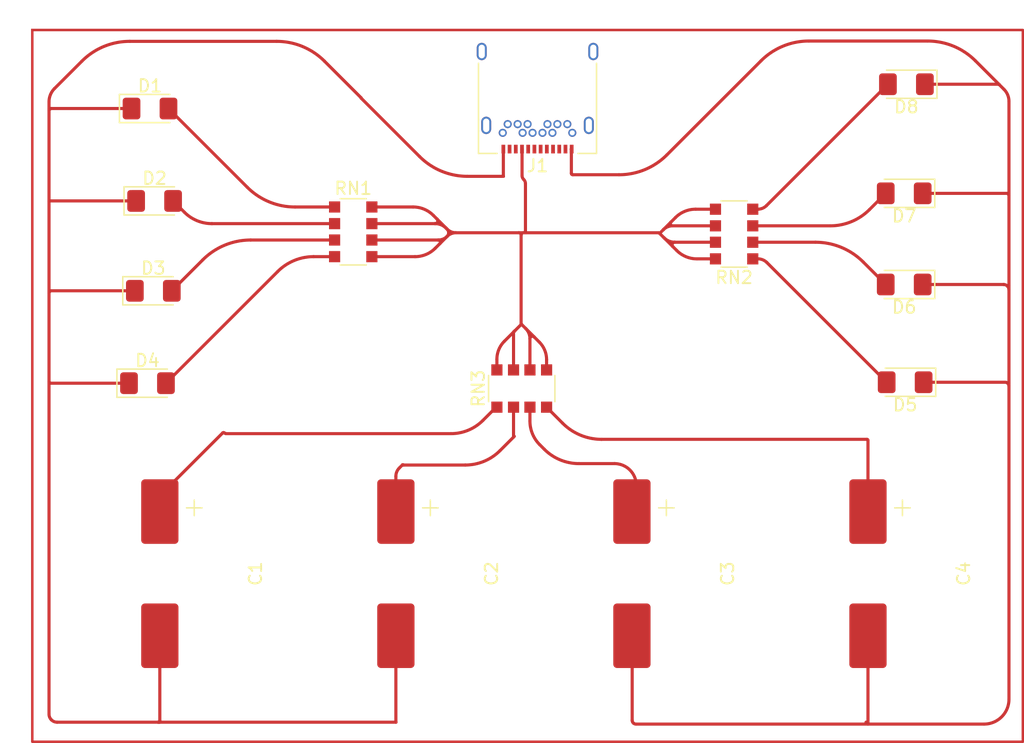
<source format=kicad_pcb>
(kicad_pcb (version 20211014) (generator pcbnew)
  (layers (0 "F.Cu" signal) (31 "B.Cu" signal) (34 "B.Paste" user) (35 "F.Paste" user) (36 "B.SilkS" user "B.Silkscreen") (37 "F.SilkS" user "F.Silkscreen") (38 "B.Mask" user) (39 "F.Mask" user) (44 "Edge.Cuts" user))
  (net 0 "")
  (net 1 "Net-(C1-Pad1)")
  (net 2 "Net-(C1-Pad2)")
  (net 3 "Net-(C2-Pad1)")
  (net 4 "Net-(C3-Pad1)")
  (net 5 "Net-(C4-Pad1)")
  (net 6 "Net-(D1-Pad2)")
  (net 7 "Net-(D2-Pad2)")
  (net 8 "Net-(D3-Pad2)")
  (net 9 "Net-(D4-Pad2)")
  (net 10 "Net-(D5-Pad2)")
  (net 11 "Net-(D6-Pad2)")
  (net 12 "Net-(D7-Pad2)")
  (net 13 "Net-(D8-Pad2)")
  (net 16 "Net-(J1-PadA4)")
  (footprint "custom_elec_cp_12.5:CP_Elec_12.5" (layer "F.Cu") (at 108.5688 81.8904 -90)
    (fp_text reference "C4" (at 0 -7.6 90) (layer "F.SilkS"))
    (fp_text value "2.2mF")
    (fp_line (start -5.3 -3.3) (end -5.3 -2.05) (layer "F.SilkS") (width 0.12))
    (fp_line (start -5.925 -2.675) (end -4.675 -2.675) (layer "F.SilkS") (width 0.12))
    (pad "1" smd roundrect (at -5 0.1 270) (size 5.2 3) (layers "F.Cu" "F.Paste" "F.Mask") (roundrect_rratio 0.1) (net 5 "Net-(C4-Pad1)"))
    (pad "2" smd roundrect (at 5 0.1 270) (size 5.2 3) (layers "F.Cu" "F.Paste" "F.Mask") (roundrect_rratio 0.1) (net 2 "Net-(C1-Pad2)"))
  )
  (footprint "custom_elec_cp_12.5:CP_Elec_12.5" (layer "F.Cu") (at 89.5688 81.8904 -90)
    (fp_text reference "C3" (at 0 -7.6 90) (layer "F.SilkS"))
    (fp_text value "2.2mF")
    (fp_line (start -5.3 -3.3) (end -5.3 -2.05) (layer "F.SilkS") (width 0.12))
    (fp_line (start -5.925 -2.675) (end -4.675 -2.675) (layer "F.SilkS") (width 0.12))
    (pad "1" smd roundrect (at -5 0.1 270) (size 5.2 3) (layers "F.Cu" "F.Paste" "F.Mask") (roundrect_rratio 0.1) (net 4 "Net-(C3-Pad1)"))
    (pad "2" smd roundrect (at 5 0.1 270) (size 5.2 3) (layers "F.Cu" "F.Paste" "F.Mask") (roundrect_rratio 0.1) (net 2 "Net-(C1-Pad2)"))
  )
  (footprint "LED_SMD:LED_1206_3216Metric_Pad1.42x1.75mm_HandSolder" (layer "F.Cu") (at 50.4756 66.5488)
    (fp_text reference "D4" (at 0 -1.82) (layer "F.SilkS"))
    (fp_text value "LED")
    (fp_line (start -2.46 -1.135) (end -2.46 1.135) (layer "F.SilkS") (width 0.12))
    (fp_line (start 1.6 -1.135) (end -2.46 -1.135) (layer "F.SilkS") (width 0.12))
    (fp_line (start -2.46 1.135) (end 1.6 1.135) (layer "F.SilkS") (width 0.12))
    (pad "1" smd roundrect (at -1.4875 0) (size 1.425 1.75) (layers "F.Cu" "F.Paste" "F.Mask") (roundrect_rratio 0.175439) (net 2 "Net-(C1-Pad2)"))
    (pad "2" smd roundrect (at 1.4875 0) (size 1.425 1.75) (layers "F.Cu" "F.Paste" "F.Mask") (roundrect_rratio 0.175439) (net 9 "Net-(D4-Pad2)"))
  )
  (footprint "LED_SMD:LED_1206_3216Metric_Pad1.42x1.75mm_HandSolder" (layer "F.Cu") (at 51.0487 51.8676)
    (fp_text reference "D2" (at 0 -1.82) (layer "F.SilkS"))
    (fp_text value "LED")
    (fp_line (start 1.6 -1.135) (end -2.46 -1.135) (layer "F.SilkS") (width 0.12))
    (fp_line (start -2.46 1.135) (end 1.6 1.135) (layer "F.SilkS") (width 0.12))
    (fp_line (start -2.46 -1.135) (end -2.46 1.135) (layer "F.SilkS") (width 0.12))
    (pad "1" smd roundrect (at -1.4875 0) (size 1.425 1.75) (layers "F.Cu" "F.Paste" "F.Mask") (roundrect_rratio 0.175439) (net 2 "Net-(C1-Pad2)"))
    (pad "2" smd roundrect (at 1.4875 0) (size 1.425 1.75) (layers "F.Cu" "F.Paste" "F.Mask") (roundrect_rratio 0.175439) (net 7 "Net-(D2-Pad2)"))
  )
  (footprint "Connector_USB:USB_C_Receptacle_Amphenol_12401548E4-2A" (layer "F.Cu") (at 81.87 42.6728 180)
    (fp_text reference "J1" (at 0 -6.36) (layer "F.SilkS"))
    (fp_text value "USB_C_Receptacle")
    (fp_line (start -4.75 -5.37) (end -4.75 1.89) (layer "F.SilkS") (width 0.12))
    (fp_line (start 3.25 -5.37) (end 4.75 -5.37) (layer "F.SilkS") (width 0.12))
    (fp_line (start 4.75 -5.37) (end 4.75 1.89) (layer "F.SilkS") (width 0.12))
    (fp_line (start -4.75 -5.37) (end -3.25 -5.37) (layer "F.SilkS") (width 0.12))
    (pad "" np_thru_hole oval (at 3.6 -4.36 180) (size 0.95 0.65) (drill oval 0.95 0.65) (layers *.Cu *.Mask))
    (pad "" np_thru_hole circle (at -3.6 -4.36 180) (size 0.65 0.65) (drill 0.65) (layers *.Cu *.Mask))
    (pad "A1" smd rect (at -2.75 -5.02 180) (size 0.3 0.7) (layers "F.Cu" "F.Paste" "F.Mask") (net 2 "Net-(C1-Pad2)"))
    (pad "A2" smd rect (at -2.25 -5.02 180) (size 0.3 0.7) (layers "F.Cu" "F.Paste" "F.Mask"))
    (pad "A3" smd rect (at -1.75 -5.02 180) (size 0.3 0.7) (layers "F.Cu" "F.Paste" "F.Mask"))
    (pad "A4" smd rect (at -1.25 -5.02 180) (size 0.3 0.7) (layers "F.Cu" "F.Paste" "F.Mask") (net 16 "Net-(J1-PadA4)"))
    (pad "A5" smd rect (at -0.75 -5.02 180) (size 0.3 0.7) (layers "F.Cu" "F.Paste" "F.Mask"))
    (pad "A6" smd rect (at -0.25 -5.02 180) (size 0.3 0.7) (layers "F.Cu" "F.Paste" "F.Mask"))
    (pad "A7" smd rect (at 0.25 -5.02 180) (size 0.3 0.7) (layers "F.Cu" "F.Paste" "F.Mask"))
    (pad "A8" smd rect (at 0.75 -5.02 180) (size 0.3 0.7) (layers "F.Cu" "F.Paste" "F.Mask"))
    (pad "A9" smd rect (at 1.25 -5.02 180) (size 0.3 0.7) (layers "F.Cu" "F.Paste" "F.Mask") (net 16 "Net-(J1-PadA4)"))
    (pad "A10" smd rect (at 1.75 -5.02 180) (size 0.3 0.7) (layers "F.Cu" "F.Paste" "F.Mask"))
    (pad "A11" smd rect (at 2.25 -5.02 180) (size 0.3 0.7) (layers "F.Cu" "F.Paste" "F.Mask"))
    (pad "A12" smd rect (at 2.75 -5.02 180) (size 0.3 0.7) (layers "F.Cu" "F.Paste" "F.Mask") (net 2 "Net-(C1-Pad2)"))
    (pad "B1" thru_hole circle (at 2.8 -3.71 180) (size 0.65 0.65) (drill 0.4) (layers *.Cu *.Mask) (net 2 "Net-(C1-Pad2)"))
    (pad "B2" thru_hole circle (at 2.4 -3.01 180) (size 0.65 0.65) (drill 0.4) (layers *.Cu *.Mask))
    (pad "B3" thru_hole circle (at 1.6 -3.01 180) (size 0.65 0.65) (drill 0.4) (layers *.Cu *.Mask))
    (pad "B4" thru_hole circle (at 1.2 -3.71 180) (size 0.65 0.65) (drill 0.4) (layers *.Cu *.Mask) (net 16 "Net-(J1-PadA4)"))
    (pad "B5" thru_hole circle (at 0.8 -3.01 180) (size 0.65 0.65) (drill 0.4) (layers *.Cu *.Mask))
    (pad "B6" thru_hole circle (at 0.4 -3.71 180) (size 0.65 0.65) (drill 0.4) (layers *.Cu *.Mask))
    (pad "B7" thru_hole circle (at -0.4 -3.71 180) (size 0.65 0.65) (drill 0.4) (layers *.Cu *.Mask))
    (pad "B8" thru_hole circle (at -0.8 -3.01 180) (size 0.65 0.65) (drill 0.4) (layers *.Cu *.Mask))
    (pad "B9" thru_hole circle (at -1.2 -3.71 180) (size 0.65 0.65) (drill 0.4) (layers *.Cu *.Mask) (net 16 "Net-(J1-PadA4)"))
    (pad "B10" thru_hole circle (at -1.6 -3.01 180) (size 0.65 0.65) (drill 0.4) (layers *.Cu *.Mask))
    (pad "B11" thru_hole circle (at -2.4 -3.01 180) (size 0.65 0.65) (drill 0.4) (layers *.Cu *.Mask))
    (pad "B12" thru_hole circle (at -2.8 -3.71 180) (size 0.65 0.65) (drill 0.4) (layers *.Cu *.Mask) (net 2 "Net-(C1-Pad2)"))
    (pad "S1" thru_hole oval (at -4.49 2.84 180) (size 0.8 1.4) (drill oval 0.5 1.1) (layers *.Cu *.Mask))
    (pad "S1" thru_hole oval (at 4.49 2.84 180) (size 0.8 1.4) (drill oval 0.5 1.1) (layers *.Cu *.Mask))
    (pad "S1" thru_hole oval (at -4.13 -3.11 180) (size 0.8 1.4) (drill oval 0.5 1.1) (layers *.Cu *.Mask))
    (pad "S1" thru_hole oval (at 4.13 -3.11 180) (size 0.8 1.4) (drill oval 0.5 1.1) (layers *.Cu *.Mask))
  )
  (footprint "LED_SMD:LED_1206_3216Metric_Pad1.42x1.75mm_HandSolder" (layer "F.Cu") (at 111.3848 51.258 180)
    (fp_text reference "D7" (at 0 -1.82) (layer "F.SilkS"))
    (fp_text value "LED")
    (fp_line (start -2.46 -1.135) (end -2.46 1.135) (layer "F.SilkS") (width 0.12))
    (fp_line (start -2.46 1.135) (end 1.6 1.135) (layer "F.SilkS") (width 0.12))
    (fp_line (start 1.6 -1.135) (end -2.46 -1.135) (layer "F.SilkS") (width 0.12))
    (pad "1" smd roundrect (at -1.4875 0 180) (size 1.425 1.75) (layers "F.Cu" "F.Paste" "F.Mask") (roundrect_rratio 0.175439) (net 2 "Net-(C1-Pad2)"))
    (pad "2" smd roundrect (at 1.4875 0 180) (size 1.425 1.75) (layers "F.Cu" "F.Paste" "F.Mask") (roundrect_rratio 0.175439) (net 12 "Net-(D7-Pad2)"))
  )
  (footprint "custom_elec_cp_12.5:CP_Elec_12.5" (layer "F.Cu") (at 70.5688 81.8904 -90)
    (fp_text reference "C2" (at 0 -7.6 90) (layer "F.SilkS"))
    (fp_text value "2.2mF")
    (fp_line (start -5.3 -3.3) (end -5.3 -2.05) (layer "F.SilkS") (width 0.12))
    (fp_line (start -5.925 -2.675) (end -4.675 -2.675) (layer "F.SilkS") (width 0.12))
    (pad "1" smd roundrect (at -5 0.1 270) (size 5.2 3) (layers "F.Cu" "F.Paste" "F.Mask") (roundrect_rratio 0.1) (net 3 "Net-(C2-Pad1)"))
    (pad "2" smd roundrect (at 5 0.1 270) (size 5.2 3) (layers "F.Cu" "F.Paste" "F.Mask") (roundrect_rratio 0.1) (net 2 "Net-(C1-Pad2)"))
  )
  (footprint "LED_SMD:LED_1206_3216Metric_Pad1.42x1.75mm_HandSolder" (layer "F.Cu") (at 111.3848 58.5986 180)
    (fp_text reference "D6" (at 0 -1.82) (layer "F.SilkS"))
    (fp_text value "LED")
    (fp_line (start -2.46 1.135) (end 1.6 1.135) (layer "F.SilkS") (width 0.12))
    (fp_line (start 1.6 -1.135) (end -2.46 -1.135) (layer "F.SilkS") (width 0.12))
    (fp_line (start -2.46 -1.135) (end -2.46 1.135) (layer "F.SilkS") (width 0.12))
    (pad "1" smd roundrect (at -1.4875 0 180) (size 1.425 1.75) (layers "F.Cu" "F.Paste" "F.Mask") (roundrect_rratio 0.175439) (net 2 "Net-(C1-Pad2)"))
    (pad "2" smd roundrect (at 1.4875 0 180) (size 1.425 1.75) (layers "F.Cu" "F.Paste" "F.Mask") (roundrect_rratio 0.175439) (net 11 "Net-(D6-Pad2)"))
  )
  (footprint "Resistor_SMD:R_Array_Convex_4x1206" (layer "F.Cu") (at 97.6942 54.5346 180)
    (fp_text reference "RN2" (at 0 -3.5) (layer "F.SilkS"))
    (fp_text value "4 x 100")
    (fp_line (start 1.05 -2.67) (end -1.05 -2.67) (layer "F.SilkS") (width 0.12))
    (fp_line (start 1.05 2.67) (end -1.05 2.67) (layer "F.SilkS") (width 0.12))
    (pad "1" smd rect (at -1.5 -2 180) (size 0.9 0.9) (layers "F.Cu" "F.Paste" "F.Mask") (net 10 "Net-(D5-Pad2)"))
    (pad "2" smd rect (at -1.5 -0.66 180) (size 0.9 0.9) (layers "F.Cu" "F.Paste" "F.Mask") (net 11 "Net-(D6-Pad2)"))
    (pad "3" smd rect (at -1.5 0.66 180) (size 0.9 0.9) (layers "F.Cu" "F.Paste" "F.Mask") (net 12 "Net-(D7-Pad2)"))
    (pad "4" smd rect (at -1.5 2 180) (size 0.9 0.9) (layers "F.Cu" "F.Paste" "F.Mask") (net 13 "Net-(D8-Pad2)"))
    (pad "5" smd rect (at 1.5 2 180) (size 0.9 0.9) (layers "F.Cu" "F.Paste" "F.Mask") (net 16 "Net-(J1-PadA4)"))
    (pad "6" smd rect (at 1.5 0.66 180) (size 0.9 0.9) (layers "F.Cu" "F.Paste" "F.Mask") (net 16 "Net-(J1-PadA4)"))
    (pad "7" smd rect (at 1.5 -0.66 180) (size 0.9 0.9) (layers "F.Cu" "F.Paste" "F.Mask") (net 16 "Net-(J1-PadA4)"))
    (pad "8" smd rect (at 1.5 -2 180) (size 0.9 0.9) (layers "F.Cu" "F.Paste" "F.Mask") (net 16 "Net-(J1-PadA4)"))
  )
  (footprint "Resistor_SMD:R_Array_Convex_4x1206" (layer "F.Cu") (at 67.0364 54.3568)
    (fp_text reference "RN1" (at 0 -3.5) (layer "F.SilkS"))
    (fp_text value "4 x 100")
    (fp_line (start 1.05 2.67) (end -1.05 2.67) (layer "F.SilkS") (width 0.12))
    (fp_line (start 1.05 -2.67) (end -1.05 -2.67) (layer "F.SilkS") (width 0.12))
    (pad "1" smd rect (at -1.5 -2) (size 0.9 0.9) (layers "F.Cu" "F.Paste" "F.Mask") (net 6 "Net-(D1-Pad2)"))
    (pad "2" smd rect (at -1.5 -0.66) (size 0.9 0.9) (layers "F.Cu" "F.Paste" "F.Mask") (net 7 "Net-(D2-Pad2)"))
    (pad "3" smd rect (at -1.5 0.66) (size 0.9 0.9) (layers "F.Cu" "F.Paste" "F.Mask") (net 8 "Net-(D3-Pad2)"))
    (pad "4" smd rect (at -1.5 2) (size 0.9 0.9) (layers "F.Cu" "F.Paste" "F.Mask") (net 9 "Net-(D4-Pad2)"))
    (pad "5" smd rect (at 1.5 2) (size 0.9 0.9) (layers "F.Cu" "F.Paste" "F.Mask") (net 16 "Net-(J1-PadA4)"))
    (pad "6" smd rect (at 1.5 0.66) (size 0.9 0.9) (layers "F.Cu" "F.Paste" "F.Mask") (net 16 "Net-(J1-PadA4)"))
    (pad "7" smd rect (at 1.5 -0.66) (size 0.9 0.9) (layers "F.Cu" "F.Paste" "F.Mask") (net 16 "Net-(J1-PadA4)"))
    (pad "8" smd rect (at 1.5 -2) (size 0.9 0.9) (layers "F.Cu" "F.Paste" "F.Mask") (net 16 "Net-(J1-PadA4)"))
  )
  (footprint "LED_SMD:LED_1206_3216Metric_Pad1.42x1.75mm_HandSolder" (layer "F.Cu") (at 50.6788 44.4254)
    (fp_text reference "D1" (at 0 -1.82) (layer "F.SilkS"))
    (fp_text value "LED")
    (fp_line (start 1.6 -1.135) (end -2.46 -1.135) (layer "F.SilkS") (width 0.12))
    (fp_line (start -2.46 1.135) (end 1.6 1.135) (layer "F.SilkS") (width 0.12))
    (fp_line (start -2.46 -1.135) (end -2.46 1.135) (layer "F.SilkS") (width 0.12))
    (pad "1" smd roundrect (at -1.4875 0) (size 1.425 1.75) (layers "F.Cu" "F.Paste" "F.Mask") (roundrect_rratio 0.175439) (net 2 "Net-(C1-Pad2)"))
    (pad "2" smd roundrect (at 1.4875 0) (size 1.425 1.75) (layers "F.Cu" "F.Paste" "F.Mask") (roundrect_rratio 0.175439) (net 6 "Net-(D1-Pad2)"))
  )
  (footprint "custom_elec_cp_12.5:CP_Elec_12.5" (layer "F.Cu") (at 51.5688 81.8904 -90)
    (fp_text reference "C1" (at 0 -7.6 90) (layer "F.SilkS"))
    (fp_text value "2.2mF")
    (fp_line (start -5.3 -3.3) (end -5.3 -2.05) (layer "F.SilkS") (width 0.12))
    (fp_line (start -5.925 -2.675) (end -4.675 -2.675) (layer "F.SilkS") (width 0.12))
    (pad "1" smd roundrect (at -5 0.1 270) (size 5.2 3) (layers "F.Cu" "F.Paste" "F.Mask") (roundrect_rratio 0.1) (net 1 "Net-(C1-Pad1)"))
    (pad "2" smd roundrect (at 5 0.1 270) (size 5.2 3) (layers "F.Cu" "F.Paste" "F.Mask") (roundrect_rratio 0.1) (net 2 "Net-(C1-Pad2)"))
  )
  (footprint "LED_SMD:LED_1206_3216Metric_Pad1.42x1.75mm_HandSolder" (layer "F.Cu") (at 111.5626 42.4696 180)
    (fp_text reference "D8" (at 0 -1.82) (layer "F.SilkS"))
    (fp_text value "LED")
    (fp_line (start 1.6 -1.135) (end -2.46 -1.135) (layer "F.SilkS") (width 0.12))
    (fp_line (start -2.46 -1.135) (end -2.46 1.135) (layer "F.SilkS") (width 0.12))
    (fp_line (start -2.46 1.135) (end 1.6 1.135) (layer "F.SilkS") (width 0.12))
    (pad "1" smd roundrect (at -1.4875 0 180) (size 1.425 1.75) (layers "F.Cu" "F.Paste" "F.Mask") (roundrect_rratio 0.175439) (net 2 "Net-(C1-Pad2)"))
    (pad "2" smd roundrect (at 1.4875 0 180) (size 1.425 1.75) (layers "F.Cu" "F.Paste" "F.Mask") (roundrect_rratio 0.175439) (net 13 "Net-(D8-Pad2)"))
  )
  (footprint "LED_SMD:LED_1206_3216Metric_Pad1.42x1.75mm_HandSolder" (layer "F.Cu") (at 50.9471 59.1066)
    (fp_text reference "D3" (at 0 -1.82) (layer "F.SilkS"))
    (fp_text value "LED")
    (fp_line (start 1.6 -1.135) (end -2.46 -1.135) (layer "F.SilkS") (width 0.12))
    (fp_line (start -2.46 -1.135) (end -2.46 1.135) (layer "F.SilkS") (width 0.12))
    (fp_line (start -2.46 1.135) (end 1.6 1.135) (layer "F.SilkS") (width 0.12))
    (pad "1" smd roundrect (at -1.4875 0) (size 1.425 1.75) (layers "F.Cu" "F.Paste" "F.Mask") (roundrect_rratio 0.175439) (net 2 "Net-(C1-Pad2)"))
    (pad "2" smd roundrect (at 1.4875 0) (size 1.425 1.75) (layers "F.Cu" "F.Paste" "F.Mask") (roundrect_rratio 0.175439) (net 8 "Net-(D3-Pad2)"))
  )
  (footprint "Resistor_SMD:R_Array_Convex_4x1206" (layer "F.Cu") (at 80.6 66.9806 90)
    (fp_text reference "RN3" (at 0 -3.5 90) (layer "F.SilkS"))
    (fp_text value "4 x 47")
    (fp_line (start 1.05 2.67) (end -1.05 2.67) (layer "F.SilkS") (width 0.12))
    (fp_line (start 1.05 -2.67) (end -1.05 -2.67) (layer "F.SilkS") (width 0.12))
    (pad "1" smd rect (at -1.5 -2 90) (size 0.9 0.9) (layers "F.Cu" "F.Paste" "F.Mask") (net 1 "Net-(C1-Pad1)"))
    (pad "2" smd rect (at -1.5 -0.66 90) (size 0.9 0.9) (layers "F.Cu" "F.Paste" "F.Mask") (net 3 "Net-(C2-Pad1)"))
    (pad "3" smd rect (at -1.5 0.66 90) (size 0.9 0.9) (layers "F.Cu" "F.Paste" "F.Mask") (net 4 "Net-(C3-Pad1)"))
    (pad "4" smd rect (at -1.5 2 90) (size 0.9 0.9) (layers "F.Cu" "F.Paste" "F.Mask") (net 5 "Net-(C4-Pad1)"))
    (pad "5" smd rect (at 1.5 2 90) (size 0.9 0.9) (layers "F.Cu" "F.Paste" "F.Mask") (net 16 "Net-(J1-PadA4)"))
    (pad "6" smd rect (at 1.5 0.66 90) (size 0.9 0.9) (layers "F.Cu" "F.Paste" "F.Mask") (net 16 "Net-(J1-PadA4)"))
    (pad "7" smd rect (at 1.5 -0.66 90) (size 0.9 0.9) (layers "F.Cu" "F.Paste" "F.Mask") (net 16 "Net-(J1-PadA4)"))
    (pad "8" smd rect (at 1.5 -2 90) (size 0.9 0.9) (layers "F.Cu" "F.Paste" "F.Mask") (net 16 "Net-(J1-PadA4)"))
  )
  (footprint "LED_SMD:LED_1206_3216Metric_Pad1.42x1.75mm_HandSolder" (layer "F.Cu") (at 111.461 66.4726 180)
    (fp_text reference "D5" (at 0 -1.82) (layer "F.SilkS"))
    (fp_text value "LED")
    (fp_line (start -2.46 1.135) (end 1.6 1.135) (layer "F.SilkS") (width 0.12))
    (fp_line (start 1.6 -1.135) (end -2.46 -1.135) (layer "F.SilkS") (width 0.12))
    (fp_line (start -2.46 -1.135) (end -2.46 1.135) (layer "F.SilkS") (width 0.12))
    (pad "1" smd roundrect (at -1.4875 0 180) (size 1.425 1.75) (layers "F.Cu" "F.Paste" "F.Mask") (roundrect_rratio 0.175439) (net 2 "Net-(C1-Pad2)"))
    (pad "2" smd roundrect (at 1.4875 0 180) (size 1.425 1.75) (layers "F.Cu" "F.Paste" "F.Mask") (roundrect_rratio 0.175439) (net 10 "Net-(D5-Pad2)"))
  )
  (gr_rect (start 120.9352 95.4286) (end 41.2046 38.1008) (layer "F.Cu") (width 0.2) (fill none))
  (segment (start 78.520411 68.501388) (end 77.4751 69.5467) (width 0.25) (layer "F.Cu") (net 1))
  (segment (start 51.920075 75.162724) (end 56.5335 70.5493) (width 0.25) (layer "F.Cu") (net 1))
  (segment (start 56.813802 70.6128) (end 74.901306 70.6128) (width 0.25) (layer "F.Cu") (net 1))
  (segment (start 51.4688 76.2522) (end 51.4688 76.8904) (width 0.25) (layer "F.Cu") (net 1))
  (segment (start 78.5706 68.4806) (end 78.6 68.4806) (width 0.25) (layer "F.Cu") (net 1))
  (arc (start 77.4751 69.5467) (mid 76.294233 70.335729) (end 74.901306 70.6128) (width 0.25) (layer "F.Cu") (net 1))
  (arc (start 56.6605 70.5493) (mid 56.597 70.522997) (end 56.5335 70.5493) (width 0.25) (layer "F.Cu") (net 1))
  (arc (start 56.6605 70.5493) (mid 56.730835 70.596296) (end 56.813802 70.6128) (width 0.25) (layer "F.Cu") (net 1))
  (arc (start 78.5706 68.4806) (mid 78.543437 68.486002) (end 78.520411 68.501388) (width 0.25) (layer "F.Cu") (net 1))
  (arc (start 51.920075 75.162724) (mid 51.586082 75.662579) (end 51.4688 76.2522) (width 0.25) (layer "F.Cu") (net 1))
  (segment (start 108.4613 94.0037) (end 108.3114 93.8538) (width 0.25) (layer "F.Cu") (net 2))
  (segment (start 42.724242 44.4254) (end 49.1913 44.4254) (width 0.25) (layer "F.Cu") (net 2))
  (segment (start 42.5508 51.875039) (end 42.5508 44.598842) (width 0.25) (layer "F.Cu") (net 2))
  (segment (start 108.4688 93.997664) (end 108.4688 86.8904) (width 0.25) (layer "F.Cu") (net 2))
  (segment (start 84.598759 47.6928) (end 84.62 47.6928) (width 0.25) (layer "F.Cu") (net 2))
  (segment (start 43.201207 93.8538) (end 51.334279 93.8538) (width 0.25) (layer "F.Cu") (net 2))
  (segment (start 42.5508 66.526481) (end 42.5508 66.418718) (width 0.25) (layer "F.Cu") (net 2))
  (segment (start 64.718592 40.608992) (end 67.662419 43.552819) (width 0.25) (layer "F.Cu") (net 2))
  (segment (start 49.046563 39.0152) (end 60.870836 39.0152) (width 0.25) (layer "F.Cu") (net 2))
  (segment (start 51.44572 93.8538) (end 51.334279 93.8538) (width 0.25) (layer "F.Cu") (net 2))
  (segment (start 119.644157 51.258) (end 112.8723 51.258) (width 0.25) (layer "F.Cu") (net 2))
  (segment (start 113.271036 38.9898) (end 103.707363 38.9898) (width 0.25) (layer "F.Cu") (net 2))
  (segment (start 88.429836 49.7594) (end 84.713136 49.7594) (width 0.25) (layer "F.Cu") (net 2))
  (segment (start 119.8176 51.431442) (end 119.8176 58.672994) (width 0.25) (layer "F.Cu") (net 2))
  (segment (start 119.01115 42.47595) (end 119.02385 42.48865) (width 0.25) (layer "F.Cu") (net 2))
  (segment (start 70.4688 93.816243) (end 70.4688 86.8904) (width 0.25) (layer "F.Cu") (net 2))
  (segment (start 76.224563 49.8864) (end 79.121991 49.8864) (width 0.25) (layer "F.Cu") (net 2))
  (segment (start 42.724242 59.1066) (end 49.4596 59.1066) (width 0.25) (layer "F.Cu") (net 2))
  (segment (start 89.49 93.702676) (end 89.49 86.92659) (width 0.25) (layer "F.Cu") (net 2))
  (segment (start 117.118792 40.583592) (end 119.01115 42.47595) (width 0.25) (layer "F.Cu") (net 2))
  (segment (start 67.68038 43.59618) (end 72.376807 48.292607) (width 0.25) (layer "F.Cu") (net 2))
  (segment (start 92.277592 48.165607) (end 99.859607 40.583592) (width 0.25) (layer "F.Cu") (net 2))
  (segment (start 42.59416 51.8676) (end 49.5612 51.8676) (width 0.25) (layer "F.Cu") (net 2))
  (segment (start 118.995819 42.4696) (end 113.0501 42.4696) (width 0.25) (layer "F.Cu") (net 2))
  (segment (start 119.8176 66.524676) (end 119.8176 59.032205) (width 0.25) (layer "F.Cu") (net 2))
  (segment (start 42.5508 66.418718) (end 42.5508 59.280042) (width 0.25) (layer "F.Cu") (net 2))
  (segment (start 42.5508 66.526481) (end 42.5508 93.203392) (width 0.25) (layer "F.Cu") (net 2))
  (segment (start 119.514076 66.4726) (end 112.9485 66.4726) (width 0.25) (layer "F.Cu") (net 2))
  (segment (start 42.5508 59.280042) (end 42.5508 59.136357) (width 0.25) (layer "F.Cu") (net 2))
  (segment (start 117.817601 94.0062) (end 89.793523 94.0062) (width 0.25) (layer "F.Cu") (net 2))
  (segment (start 119.02385 42.48865) (end 119.41755 42.88235) (width 0.25) (layer "F.Cu") (net 2))
  (segment (start 119.8176 58.672994) (end 119.8176 59.032205) (width 0.25) (layer "F.Cu") (net 2))
  (segment (start 51.4688 93.719279) (end 51.4688 86.8904) (width 0.25) (layer "F.Cu") (net 2))
  (segment (start 51.44572 93.8538) (end 70.475243 93.8538) (width 0.25) (layer "F.Cu") (net 2))
  (segment (start 42.5508 51.91096) (end 42.5508 59.136357) (width 0.25) (layer "F.Cu") (net 2))
  (segment (start 42.999812 42.807987) (end 45.198807 40.608992) (width 0.25) (layer "F.Cu") (net 2))
  (segment (start 119.383994 58.5986) (end 112.8723 58.5986) (width 0.25) (layer "F.Cu") (net 2))
  (segment (start 119.8176 66.524676) (end 119.8176 66.776123) (width 0.25) (layer "F.Cu") (net 2))
  (segment (start 119.02385 42.48865) (end 119.01115 42.47595) (width 0.25) (layer "F.Cu") (net 2))
  (segment (start 84.594511 49.640774) (end 84.594511 47.697048) (width 0.25) (layer "F.Cu") (net 2))
  (segment (start 119.8176 51.287757) (end 119.8176 51.431442) (width 0.25) (layer "F.Cu") (net 2))
  (segment (start 42.5508 43.892) (end 42.5508 44.455157) (width 0.25) (layer "F.Cu") (net 2))
  (segment (start 89.4794 86.901) (end 89.4688 86.8904) (width 0.25) (layer "F.Cu") (net 2))
  (segment (start 42.680881 66.5488) (end 48.9881 66.5488) (width 0.25) (layer "F.Cu") (net 2))
  (segment (start 42.5508 44.598842) (end 42.5508 44.455157) (width 0.25) (layer "F.Cu") (net 2))
  (segment (start 119.8176 51.287757) (end 119.8176 43.848156) (width 0.25) (layer "F.Cu") (net 2))
  (segment (start 42.5508 51.91096) (end 42.5508 51.875039) (width 0.25) (layer "F.Cu") (net 2))
  (segment (start 79.12 49.874791) (end 79.12 47.6928) (width 0.25) (layer "F.Cu") (net 2))
  (segment (start 119.8176 66.776123) (end 119.8176 92.006201) (width 0.25) (layer "F.Cu") (net 2))
  (arc (start 67.662419 43.552819) (mid 67.669065 43.562766) (end 67.6714 43.5745) (width 0.25) (layer "F.Cu") (net 2))
  (arc (start 84.594511 49.640774) (mid 84.60354 49.68617) (end 84.629255 49.724655) (width 0.25) (layer "F.Cu") (net 2))
  (arc (start 117.118792 40.583592) (mid 115.353426 39.404013) (end 113.271036 38.9898) (width 0.25) (layer "F.Cu") (net 2))
  (arc (start 84.629255 49.724655) (mid 84.66774 49.75037) (end 84.713136 49.7594) (width 0.25) (layer "F.Cu") (net 2))
  (arc (start 84.595755 47.694044) (mid 84.594834 47.695422) (end 84.594511 47.697048) (width 0.25) (layer "F.Cu") (net 2))
  (arc (start 119.8176 51.431442) (mid 119.804397 51.365068) (end 119.7668 51.3088) (width 0.25) (layer "F.Cu") (net 2))
  (arc (start 51.4688 93.719279) (mid 51.45856 93.770758) (end 51.4294 93.8144) (width 0.25) (layer "F.Cu") (net 2))
  (arc (start 42.6016 59.1574) (mid 42.564002 59.213668) (end 42.5508 59.280042) (width 0.25) (layer "F.Cu") (net 2))
  (arc (start 108.4613 94.0037) (mid 108.4638 94.004735) (end 108.4663 94.0037) (width 0.25) (layer "F.Cu") (net 2))
  (arc (start 89.5789 93.9173) (mid 89.677369 93.983095) (end 89.793523 94.0062) (width 0.25) (layer "F.Cu") (net 2))
  (arc (start 42.724242 59.1066) (mid 42.657868 59.119802) (end 42.6016 59.1574) (width 0.25) (layer "F.Cu") (net 2))
  (arc (start 42.7413 93.6633) (mid 42.952307 93.80429) (end 43.201207 93.8538) (width 0.25) (layer "F.Cu") (net 2))
  (arc (start 49.046563 39.0152) (mid 46.964172 39.429413) (end 45.198807 40.608992) (width 0.25) (layer "F.Cu") (net 2))
  (arc (start 70.4798 93.8428) (mid 70.481196 93.849822) (end 70.475243 93.8538) (width 0.25) (layer "F.Cu") (net 2))
  (arc (start 42.724242 44.4254) (mid 42.657868 44.438602) (end 42.6016 44.4762) (width 0.25) (layer "F.Cu") (net 2))
  (arc (start 42.5508 66.418718) (mid 42.560701 66.468498) (end 42.5889 66.5107) (width 0.25) (layer "F.Cu") (net 2))
  (arc (start 119.7287 66.5615) (mid 119.785452 66.572788) (end 119.8176 66.524676) (width 0.25) (layer "F.Cu") (net 2))
  (arc (start 42.5508 59.136357) (mid 42.56917 59.16385) (end 42.6016 59.1574) (width 0.25) (layer "F.Cu") (net 2))
  (arc (start 42.5889 66.5107) (mid 42.631101 66.538898) (end 42.680881 66.5488) (width 0.25) (layer "F.Cu") (net 2))
  (arc (start 70.4688 93.816243) (mid 70.471658 93.830615) (end 70.4798 93.8428) (width 0.25) (layer "F.Cu") (net 2))
  (arc (start 42.999812 42.807987) (mid 42.667494 43.305336) (end 42.5508 43.892) (width 0.25) (layer "F.Cu") (net 2))
  (arc (start 89.4794 86.901) (mid 89.487245 86.91274) (end 89.49 86.92659) (width 0.25) (layer "F.Cu") (net 2))
  (arc (start 119.8176 66.776123) (mid 119.794495 66.659969) (end 119.7287 66.5615) (width 0.25) (layer "F.Cu") (net 2))
  (arc (start 119.8176 59.032205) (mid 119.784593 58.866271) (end 119.6906 58.7256) (width 0.25) (layer "F.Cu") (net 2))
  (arc (start 103.707363 38.9898) (mid 101.624972 39.404013) (end 99.859607 40.583592) (width 0.25) (layer "F.Cu") (net 2))
  (arc (start 64.718592 40.608992) (mid 62.953226 39.429413) (end 60.870836 39.0152) (width 0.25) (layer "F.Cu") (net 2))
  (arc (start 42.5508 44.455157) (mid 42.56917 44.48265) (end 42.6016 44.4762) (width 0.25) (layer "F.Cu") (net 2))
  (arc (start 84.598759 47.6928) (mid 84.597133 47.693123) (end 84.595755 47.694044) (width 0.25) (layer "F.Cu") (net 2))
  (arc (start 119.01115 42.47595) (mid 119.01115 42.47595) (end 119.01115 42.47595) (width 0.25) (layer "F.Cu") (net 2))
  (arc (start 42.5889 66.5107) (mid 42.564577 66.505861) (end 42.5508 66.526481) (width 0.25) (layer "F.Cu") (net 2))
  (arc (start 67.6714 43.5745) (mid 67.673733 43.586233) (end 67.68038 43.59618) (width 0.25) (layer "F.Cu") (net 2))
  (arc (start 42.6016 44.4762) (mid 42.564002 44.532468) (end 42.5508 44.598842) (width 0.25) (layer "F.Cu") (net 2))
  (arc (start 51.334279 93.8538) (mid 51.385758 93.84356) (end 51.4294 93.8144) (width 0.25) (layer "F.Cu") (net 2))
  (arc (start 51.4294 93.8144) (mid 51.424396 93.839552) (end 51.44572 93.8538) (width 0.25) (layer "F.Cu") (net 2))
  (arc (start 42.5635 51.8803) (mid 42.5541 51.894367) (end 42.5508 51.91096) (width 0.25) (layer "F.Cu") (net 2))
  (arc (start 119.41755 42.88235) (mid 119.71363 43.325465) (end 119.8176 43.848156) (width 0.25) (layer "F.Cu") (net 2))
  (arc (start 79.12 49.874791) (mid 79.120883 49.879233) (end 79.1234 49.883) (width 0.25) (layer "F.Cu") (net 2))
  (arc (start 72.376807 48.292607) (mid 74.142172 49.472186) (end 76.224563 49.8864) (width 0.25) (layer "F.Cu") (net 2))
  (arc (start 119.6906 58.7256) (mid 119.771674 58.741726) (end 119.8176 58.672994) (width 0.25) (layer "F.Cu") (net 2))
  (arc (start 119.8176 92.006201) (mid 119.231813 93.420413) (end 117.817601 94.0062) (width 0.25) (layer "F.Cu") (net 2))
  (arc (start 119.01115 42.47595) (mid 119.004116 42.47125) (end 118.995819 42.4696) (width 0.25) (layer "F.Cu") (net 2))
  (arc (start 92.277592 48.165607) (mid 90.512226 49.345186) (end 88.429836 49.7594) (width 0.25) (layer "F.Cu") (net 2))
  (arc (start 42.59416 51.8676) (mid 42.577567 51.8709) (end 42.5635 51.8803) (width 0.25) (layer "F.Cu") (net 2))
  (arc (start 108.4688 93.997664) (mid 108.46815 94.00093) (end 108.4663 94.0037) (width 0.25) (layer "F.Cu") (net 2))
  (arc (start 42.5508 93.203392) (mid 42.600309 93.452292) (end 42.7413 93.6633) (width 0.25) (layer "F.Cu") (net 2))
  (arc (start 42.5508 51.875039) (mid 42.555392 51.881912) (end 42.5635 51.8803) (width 0.25) (layer "F.Cu") (net 2))
  (arc (start 119.7287 66.5615) (mid 119.630229 66.495704) (end 119.514076 66.4726) (width 0.25) (layer "F.Cu") (net 2))
  (arc (start 119.7668 51.3088) (mid 119.710531 51.271202) (end 119.644157 51.258) (width 0.25) (layer "F.Cu") (net 2))
  (arc (start 89.49 93.702676) (mid 89.513104 93.818829) (end 89.5789 93.9173) (width 0.25) (layer "F.Cu") (net 2))
  (arc (start 119.7668 51.3088) (mid 119.799229 51.31525) (end 119.8176 51.287757) (width 0.25) (layer "F.Cu") (net 2))
  (arc (start 119.6906 58.7256) (mid 119.549928 58.631606) (end 119.383994 58.5986) (width 0.25) (layer "F.Cu") (net 2))
  (arc (start 79.1234 49.883) (mid 79.123831 49.88517) (end 79.121991 49.8864) (width 0.25) (layer "F.Cu") (net 2))
  (segment (start 79.9396 68.6579) (end 79.9396 70.8913) (width 0.25) (layer "F.Cu") (net 3))
  (segment (start 78.8474 71.9844) (end 80.0033 70.8285) (width 0.25) (layer "F.Cu") (net 3))
  (segment (start 71.089582 73.1403) (end 76.05681 73.1403) (width 0.25) (layer "F.Cu") (net 3))
  (segment (start 71.00505 73.12115) (end 70.7465 73.3797) (width 0.25) (layer "F.Cu") (net 3))
  (segment (start 70.4688 74.050127) (end 70.4688 76.8904) (width 0.25) (layer "F.Cu") (net 3))
  (arc (start 70.7465 73.3797) (mid 70.540971 73.687294) (end 70.4688 74.050127) (width 0.25) (layer "F.Cu") (net 3))
  (arc (start 71.04335 73.12115) (mid 71.0242 73.113217) (end 71.00505 73.12115) (width 0.25) (layer "F.Cu") (net 3))
  (arc (start 71.04335 73.12115) (mid 71.064561 73.135323) (end 71.089582 73.1403) (width 0.25) (layer "F.Cu") (net 3))
  (arc (start 78.8474 71.9844) (mid 77.567066 72.839891) (end 76.05681 73.1403) (width 0.25) (layer "F.Cu") (net 3))
  (segment (start 81.26 69.5973) (end 81.26 68.4806) (width 0.25) (layer "F.Cu") (net 4))
  (segment (start 89.6445 76.7147) (end 89.4688 76.8904) (width 0.25) (layer "F.Cu") (net 4))
  (segment (start 85.206489 73.0258) (end 88.0636 73.0258) (width 0.25) (layer "F.Cu") (net 4))
  (segment (start 82.4159 71.8699) (end 82.049626 71.503626) (width 0.25) (layer "F.Cu") (net 4))
  (segment (start 89.8202 74.7824) (end 89.8202 76.290522) (width 0.25) (layer "F.Cu") (net 4))
  (arc (start 89.8202 76.290522) (mid 89.774537 76.520085) (end 89.6445 76.7147) (width 0.25) (layer "F.Cu") (net 4))
  (arc (start 81.26 69.5973) (mid 81.465217 70.628996) (end 82.049626 71.503626) (width 0.25) (layer "F.Cu") (net 4))
  (arc (start 82.4159 71.8699) (mid 83.696233 72.725391) (end 85.206489 73.0258) (width 0.25) (layer "F.Cu") (net 4))
  (arc (start 89.8202 74.7824) (mid 89.305703 73.540296) (end 88.0636 73.0258) (width 0.25) (layer "F.Cu") (net 4))
  (segment (start 108.4688 71.165256) (end 108.4688 76.8904) (width 0.25) (layer "F.Cu") (net 5))
  (segment (start 108.373543 71.07) (end 87.020382 71.07) (width 0.25) (layer "F.Cu") (net 5))
  (segment (start 83.8947 69.7753) (end 82.6 68.4806) (width 0.25) (layer "F.Cu") (net 5))
  (arc (start 108.4409 71.0979) (mid 108.409996 71.07725) (end 108.373543 71.07) (width 0.25) (layer "F.Cu") (net 5))
  (arc (start 83.8947 69.7753) (mid 85.328775 70.733518) (end 87.020382 71.07) (width 0.25) (layer "F.Cu") (net 5))
  (arc (start 108.4409 71.0979) (mid 108.461549 71.128803) (end 108.4688 71.165256) (width 0.25) (layer "F.Cu") (net 5))
  (segment (start 62.351663 52.3568) (end 65.5364 52.3568) (width 0.25) (layer "F.Cu") (net 6))
  (segment (start 58.503907 50.763007) (end 52.1663 44.4254) (width 0.25) (layer "F.Cu") (net 6))
  (arc (start 58.503907 50.763007) (mid 60.269272 51.942586) (end 62.351663 52.3568) (width 0.25) (layer "F.Cu") (net 6))
  (segment (start 53.4508 52.7822) (end 52.5362 51.8676) (width 0.25) (layer "F.Cu") (net 7))
  (segment (start 55.658839 53.6968) (end 65.5364 53.6968) (width 0.25) (layer "F.Cu") (net 7))
  (arc (start 53.4508 52.7822) (mid 54.463857 53.459103) (end 55.658839 53.6968) (width 0.25) (layer "F.Cu") (net 7))
  (segment (start 58.778363 55.0168) (end 65.5364 55.0168) (width 0.25) (layer "F.Cu") (net 8))
  (segment (start 54.930607 56.610592) (end 52.4346 59.1066) (width 0.25) (layer "F.Cu") (net 8))
  (arc (start 58.778363 55.0168) (mid 56.695972 55.431013) (end 54.930607 56.610592) (width 0.25) (layer "F.Cu") (net 8))
  (segment (start 60.959629 57.55227) (end 51.9631 66.5488) (width 0.25) (layer "F.Cu") (net 9))
  (segment (start 63.84575 56.3568) (end 65.5364 56.3568) (width 0.25) (layer "F.Cu") (net 9))
  (arc (start 63.84575 56.3568) (mid 62.283792 56.667492) (end 60.959629 57.55227) (width 0.25) (layer "F.Cu") (net 9))
  (segment (start 100.332944 56.832044) (end 109.9735 66.4726) (width 0.25) (layer "F.Cu") (net 10))
  (segment (start 99.61485 56.5346) (end 99.1942 56.5346) (width 0.25) (layer "F.Cu") (net 10))
  (arc (start 100.332944 56.832044) (mid 100.003479 56.611903) (end 99.61485 56.5346) (width 0.25) (layer "F.Cu") (net 10))
  (segment (start 104.239336 55.1946) (end 99.1942 55.1946) (width 0.25) (layer "F.Cu") (net 11))
  (segment (start 108.087092 56.788392) (end 109.8973 58.5986) (width 0.25) (layer "F.Cu") (net 11))
  (arc (start 108.087092 56.788392) (mid 106.321726 55.608813) (end 104.239336 55.1946) (width 0.25) (layer "F.Cu") (net 11))
  (segment (start 105.430484 53.8746) (end 99.1942 53.8746) (width 0.25) (layer "F.Cu") (net 12))
  (segment (start 108.589 52.5663) (end 109.8973 51.258) (width 0.25) (layer "F.Cu") (net 12))
  (arc (start 108.589 52.5663) (mid 107.13986 53.534583) (end 105.430484 53.8746) (width 0.25) (layer "F.Cu") (net 12))
  (segment (start 99.60215 52.5346) (end 99.1942 52.5346) (width 0.25) (layer "F.Cu") (net 13))
  (segment (start 100.298564 52.246135) (end 110.0751 42.4696) (width 0.25) (layer "F.Cu") (net 13))
  (arc (start 100.298564 52.246135) (mid 99.979046 52.45963) (end 99.60215 52.5346) (width 0.25) (layer "F.Cu") (net 13))
  (segment (start 80.6227 47.6955) (end 80.62 47.6928) (width 0.25) (layer "F.Cu") (net 16))
  (segment (start 92.766 55.55) (end 92.0552 54.8392) (width 0.25) (layer "F.Cu") (net 16))
  (segment (start 75.297808 54.433) (end 80.3641 54.433) (width 0.25) (layer "F.Cu") (net 16))
  (segment (start 80.7343 54.433) (end 80.905257 54.433) (width 0.25) (layer "F.Cu") (net 16))
  (segment (start 74.5931 54.1411) (end 74.5169 54.0649) (width 0.25) (layer "F.Cu") (net 16))
  (segment (start 79.97155 62.40205) (end 80.03465 62.33895) (width 0.25) (layer "F.Cu") (net 16))
  (segment (start 91.7252 54.5092) (end 91.6744 54.4584) (width 0.25) (layer "F.Cu") (net 16))
  (segment (start 80.5619 61.7863) (end 80.5873 61.8117) (width 0.25) (layer "F.Cu") (net 16))
  (segment (start 80.6254 47.702018) (end 80.6254 49.815852) (width 0.25) (layer "F.Cu") (net 16))
  (segment (start 72.013676 56.3568) (end 68.5364 56.3568) (width 0.25) (layer "F.Cu") (net 16))
  (segment (start 78.6 64.6271) (end 78.6 65.4806) (width 0.25) (layer "F.Cu") (net 16))
  (segment (start 79.203515 63.170084) (end 79.97155 62.40205) (width 0.25) (layer "F.Cu") (net 16))
  (segment (start 79.94 62.478218) (end 79.94 65.4806) (width 0.25) (layer "F.Cu") (net 16))
  (segment (start 92.0044 54.1792) (end 92.6136 53.57) (width 0.25) (layer "F.Cu") (net 16))
  (segment (start 82.014444 63.238844) (end 81.6027 62.8271) (width 0.25) (layer "F.Cu") (net 16))
  (segment (start 80.9173 62.1417) (end 81.6027 62.8271) (width 0.25) (layer "F.Cu") (net 16))
  (segment (start 81.26 62.96905) (end 81.26 65.4806) (width 0.25) (layer "F.Cu") (net 16))
  (segment (start 91.7252 54.4584) (end 92.0044 54.1792) (width 0.25) (layer "F.Cu") (net 16))
  (segment (start 73.6312 55.6868) (end 74.0093 55.3087) (width 0.25) (layer "F.Cu") (net 16))
  (segment (start 73.628227 53.6968) (end 68.5364 53.6968) (width 0.25) (layer "F.Cu") (net 16))
  (segment (start 94.596523 52.5346) (end 96.1942 52.5346) (width 0.25) (layer "F.Cu") (net 16))
  (segment (start 80.3641 54.433) (end 80.7343 54.433) (width 0.25) (layer "F.Cu") (net 16))
  (segment (start 91.613078 54.433) (end 80.933542 54.433) (width 0.25) (layer "F.Cu") (net 16))
  (segment (start 92.979 53.2046) (end 92.6136 53.57) (width 0.25) (layer "F.Cu") (net 16))
  (segment (start 93.0806 55.8646) (end 92.766 55.55) (width 0.25) (layer "F.Cu") (net 16))
  (segment (start 80.03465 62.33895) (end 79.97155 62.40205) (width 0.25) (layer "F.Cu") (net 16))
  (segment (start 80.5492 54.6181) (end 80.5492 61.755639) (width 0.25) (layer "F.Cu") (net 16))
  (segment (start 92.913211 55.1946) (end 96.1942 55.1946) (width 0.25) (layer "F.Cu") (net 16))
  (segment (start 80.9173 62.1417) (end 80.5873 61.8117) (width 0.25) (layer "F.Cu") (net 16))
  (segment (start 73.4788 53.0268) (end 73.7807 53.3287) (width 0.25) (layer "F.Cu") (net 16))
  (segment (start 82.6 64.6525) (end 82.6 65.4806) (width 0.25) (layer "F.Cu") (net 16))
  (segment (start 80.03465 62.33895) (end 80.5619 61.8117) (width 0.25) (layer "F.Cu") (net 16))
  (segment (start 80.933542 54.433) (end 80.905257 54.433) (width 0.25) (layer "F.Cu") (net 16))
  (segment (start 92.739769 53.8746) (end 96.1942 53.8746) (width 0.25) (layer "F.Cu") (net 16))
  (segment (start 73.888391 55.0168) (end 68.5364 55.0168) (width 0.25) (layer "F.Cu") (net 16))
  (segment (start 73.7807 53.3287) (end 74.5169 54.0649) (width 0.25) (layer "F.Cu") (net 16))
  (segment (start 74.5931 54.7249) (end 74.0093 55.3087) (width 0.25) (layer "F.Cu") (net 16))
  (segment (start 80.8994 54.398857) (end 80.8994 50.477347) (width 0.25) (layer "F.Cu") (net 16))
  (segment (start 71.861276 52.3568) (end 68.5364 52.3568) (width 0.25) (layer "F.Cu") (net 16))
  (segment (start 92.0552 54.8392) (end 91.7252 54.5092) (width 0.25) (layer "F.Cu") (net 16))
  (segment (start 94.698123 56.5346) (end 96.1942 56.5346) (width 0.25) (layer "F.Cu") (net 16))
  (arc (start 80.7624 50.1466) (mid 80.863794 50.298348) (end 80.8994 50.477347) (width 0.25) (layer "F.Cu") (net 16))
  (arc (start 74.5931 54.7249) (mid 74.714008 54.433) (end 74.5931 54.1411) (width 0.25) (layer "F.Cu") (net 16))
  (arc (start 73.6312 55.6868) (mid 72.889073 56.182672) (end 72.013676 56.3568) (width 0.25) (layer "F.Cu") (net 16))
  (arc (start 80.8994 54.398857) (mid 80.901998 54.411923) (end 80.9094 54.423) (width 0.25) (layer "F.Cu") (net 16))
  (arc (start 91.6744 54.4584) (mid 91.646265 54.439601) (end 91.613078 54.433) (width 0.25) (layer "F.Cu") (net 16))
  (arc (start 92.739769 53.8746) (mid 92.34179 53.953762) (end 92.0044 54.1792) (width 0.25) (layer "F.Cu") (net 16))
  (arc (start 91.7252 54.4584) (mid 91.714678 54.4838) (end 91.7252 54.5092) (width 0.25) (layer "F.Cu") (net 16))
  (arc (start 75.297808 54.433) (mid 74.916422 54.508862) (end 74.5931 54.7249) (width 0.25) (layer "F.Cu") (net 16))
  (arc (start 73.4788 53.0268) (mid 72.736673 52.530927) (end 71.861276 52.3568) (width 0.25) (layer "F.Cu") (net 16))
  (arc (start 74.5931 54.1411) (mid 74.916422 54.357137) (end 75.297808 54.433) (width 0.25) (layer "F.Cu") (net 16))
  (arc (start 73.888391 55.0168) (mid 74.269776 54.940937) (end 74.5931 54.7249) (width 0.25) (layer "F.Cu") (net 16))
  (arc (start 92.913211 55.1946) (mid 92.72087 55.323118) (end 92.766 55.55) (width 0.25) (layer "F.Cu") (net 16))
  (arc (start 82.014444 63.238844) (mid 82.447818 63.887435) (end 82.6 64.6525) (width 0.25) (layer "F.Cu") (net 16))
  (arc (start 80.905257 54.433) (mid 80.910669 54.429383) (end 80.9094 54.423) (width 0.25) (layer "F.Cu") (net 16))
  (arc (start 80.5873 61.8117) (mid 80.5746 61.806439) (end 80.5619 61.8117) (width 0.25) (layer "F.Cu") (net 16))
  (arc (start 79.97155 62.40205) (mid 79.948199 62.436996) (end 79.94 62.478218) (width 0.25) (layer "F.Cu") (net 16))
  (arc (start 80.7343 54.433) (mid 80.603414 54.487214) (end 80.5492 54.6181) (width 0.25) (layer "F.Cu") (net 16))
  (arc (start 74.0093 55.3087) (mid 74.046366 55.122355) (end 73.888391 55.0168) (width 0.25) (layer "F.Cu") (net 16))
  (arc (start 81.26 62.96905) (mid 81.170935 62.521291) (end 80.9173 62.1417) (width 0.25) (layer "F.Cu") (net 16))
  (arc (start 94.596523 52.5346) (mid 93.721125 52.708727) (end 92.979 53.2046) (width 0.25) (layer "F.Cu") (net 16))
  (arc (start 80.5619 61.8117) (mid 80.56716 61.799) (end 80.5619 61.7863) (width 0.25) (layer "F.Cu") (net 16))
  (arc (start 80.6227 47.6955) (mid 80.624698 47.69849) (end 80.6254 47.702018) (width 0.25) (layer "F.Cu") (net 16))
  (arc (start 73.628227 53.6968) (mid 73.827441 53.563689) (end 73.7807 53.3287) (width 0.25) (layer "F.Cu") (net 16))
  (arc (start 92.6136 53.57) (mid 92.57492 53.764451) (end 92.739769 53.8746) (width 0.25) (layer "F.Cu") (net 16))
  (arc (start 91.6744 54.4584) (mid 91.6998 54.468921) (end 91.7252 54.4584) (width 0.25) (layer "F.Cu") (net 16))
  (arc (start 79.203515 63.170084) (mid 78.756848 63.838568) (end 78.6 64.6271) (width 0.25) (layer "F.Cu") (net 16))
  (arc (start 80.9094 54.423) (mid 80.920476 54.430401) (end 80.933542 54.433) (width 0.25) (layer "F.Cu") (net 16))
  (arc (start 81.6027 62.8271) (mid 81.383925 62.783582) (end 81.26 62.96905) (width 0.25) (layer "F.Cu") (net 16))
  (arc (start 74.5169 54.0649) (mid 74.109173 53.792466) (end 73.628227 53.6968) (width 0.25) (layer "F.Cu") (net 16))
  (arc (start 93.0806 55.8646) (mid 93.822725 56.360472) (end 94.698123 56.5346) (width 0.25) (layer "F.Cu") (net 16))
  (arc (start 80.5492 61.755639) (mid 80.5525 61.772232) (end 80.5619 61.7863) (width 0.25) (layer "F.Cu") (net 16))
  (arc (start 80.5492 54.6181) (mid 80.494985 54.487214) (end 80.3641 54.433) (width 0.25) (layer "F.Cu") (net 16))
  (arc (start 80.6254 49.815852) (mid 80.661005 49.994851) (end 80.7624 50.1466) (width 0.25) (layer "F.Cu") (net 16))
  (arc (start 92.0552 54.8392) (mid 92.448858 55.102234) (end 92.913211 55.1946) (width 0.25) (layer "F.Cu") (net 16))
  (arc (start 79.97155 62.40205) (mid 79.97155 62.40205) (end 79.97155 62.40205) (width 0.25) (layer "F.Cu") (net 16))
)
</source>
